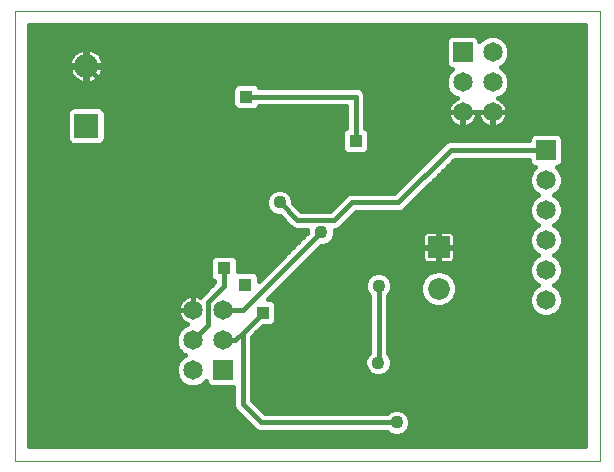
<source format=gbl>
G75*
%MOIN*%
%OFA0B0*%
%FSLAX24Y24*%
%IPPOS*%
%LPD*%
%AMOC8*
5,1,8,0,0,1.08239X$1,22.5*
%
%ADD10C,0.0000*%
%ADD11R,0.0650X0.0650*%
%ADD12C,0.0650*%
%ADD13R,0.0728X0.0728*%
%ADD14C,0.0728*%
%ADD15R,0.0800X0.0800*%
%ADD16C,0.0800*%
%ADD17C,0.0160*%
%ADD18C,0.0436*%
%ADD19R,0.0436X0.0436*%
D10*
X000180Y002280D02*
X000180Y017280D01*
X019680Y017280D01*
X019680Y002280D01*
X000180Y002280D01*
D11*
X007120Y005300D03*
X015110Y015900D03*
X017890Y012640D03*
D12*
X017890Y011640D03*
X017890Y010640D03*
X017890Y009640D03*
X017890Y008640D03*
X017890Y007640D03*
X016110Y013900D03*
X016110Y014900D03*
X016110Y015900D03*
X015110Y014900D03*
X015110Y013900D03*
X007120Y007300D03*
X006120Y007300D03*
X006120Y006300D03*
X007120Y006300D03*
X006120Y005300D03*
D13*
X014310Y009399D03*
D14*
X014310Y008021D03*
D15*
X002570Y013450D03*
D16*
X002570Y015450D03*
D17*
X005335Y012685D01*
X002700Y010050D01*
X002700Y009930D01*
X004440Y008190D01*
X006410Y008190D01*
X006593Y007986D02*
X000660Y007986D01*
X000660Y008144D02*
X006752Y008144D01*
X006840Y008232D02*
X006355Y007747D01*
X006314Y007768D01*
X006238Y007792D01*
X006160Y007805D01*
X006128Y007805D01*
X006128Y007307D01*
X006112Y007307D01*
X006112Y007292D01*
X005615Y007292D01*
X005615Y007260D01*
X005627Y007182D01*
X005652Y007106D01*
X005688Y007035D01*
X005735Y006971D01*
X005791Y006915D01*
X005855Y006868D01*
X005926Y006832D01*
X005927Y006832D01*
X005800Y006779D01*
X005641Y006620D01*
X005555Y006412D01*
X005555Y006188D01*
X005641Y005980D01*
X005800Y005821D01*
X005851Y005800D01*
X005800Y005779D01*
X005641Y005620D01*
X005555Y005412D01*
X005555Y005188D01*
X005641Y004980D01*
X005800Y004821D01*
X006008Y004735D01*
X006232Y004735D01*
X006440Y004821D01*
X006555Y004936D01*
X006555Y004927D01*
X006592Y004839D01*
X006659Y004771D01*
X006747Y004735D01*
X007460Y004735D01*
X007460Y004096D01*
X007509Y003979D01*
X007599Y003889D01*
X008199Y003289D01*
X008316Y003240D01*
X012583Y003240D01*
X012651Y003172D01*
X012819Y003102D01*
X013001Y003102D01*
X013169Y003172D01*
X013298Y003301D01*
X013368Y003469D01*
X013368Y003651D01*
X013298Y003819D01*
X013169Y003948D01*
X013001Y004018D01*
X012819Y004018D01*
X012651Y003948D01*
X012583Y003880D01*
X008513Y003880D01*
X008100Y004292D01*
X008100Y006417D01*
X008445Y006762D01*
X008716Y006762D01*
X008804Y006799D01*
X008871Y006866D01*
X008908Y006954D01*
X008908Y007485D01*
X008871Y007574D01*
X008804Y007641D01*
X008716Y007678D01*
X008630Y007678D01*
X010395Y009442D01*
X010491Y009442D01*
X010659Y009512D01*
X010788Y009641D01*
X010858Y009809D01*
X010858Y009980D01*
X010904Y009980D01*
X011021Y010029D01*
X011563Y010570D01*
X013024Y010570D01*
X013141Y010619D01*
X014843Y012320D01*
X017325Y012320D01*
X017325Y012267D01*
X017362Y012179D01*
X017429Y012111D01*
X017517Y012075D01*
X017526Y012075D01*
X017411Y011960D01*
X017325Y011752D01*
X017325Y011528D01*
X017411Y011320D01*
X017570Y011161D01*
X017621Y011140D01*
X017570Y011119D01*
X017411Y010960D01*
X017325Y010752D01*
X017325Y010528D01*
X017411Y010320D01*
X017570Y010161D01*
X017621Y010140D01*
X017570Y010119D01*
X017411Y009960D01*
X017325Y009752D01*
X017325Y009528D01*
X017411Y009320D01*
X017570Y009161D01*
X017621Y009140D01*
X017570Y009119D01*
X017411Y008960D01*
X017325Y008752D01*
X017325Y008528D01*
X017411Y008320D01*
X017570Y008161D01*
X017621Y008140D01*
X017570Y008119D01*
X017411Y007960D01*
X017325Y007752D01*
X017325Y007528D01*
X017411Y007320D01*
X017570Y007161D01*
X017778Y007075D01*
X018002Y007075D01*
X018210Y007161D01*
X018369Y007320D01*
X018455Y007528D01*
X018455Y007752D01*
X018369Y007960D01*
X018210Y008119D01*
X018159Y008140D01*
X018210Y008161D01*
X018369Y008320D01*
X018455Y008528D01*
X018455Y008752D01*
X018369Y008960D01*
X018210Y009119D01*
X018159Y009140D01*
X018210Y009161D01*
X018369Y009320D01*
X018455Y009528D01*
X018455Y009752D01*
X018369Y009960D01*
X018210Y010119D01*
X018159Y010140D01*
X018210Y010161D01*
X018369Y010320D01*
X018455Y010528D01*
X018455Y010752D01*
X018369Y010960D01*
X018210Y011119D01*
X018159Y011140D01*
X018210Y011161D01*
X018369Y011320D01*
X018455Y011528D01*
X018455Y011752D01*
X018369Y011960D01*
X018254Y012075D01*
X018263Y012075D01*
X018351Y012111D01*
X018418Y012179D01*
X018455Y012267D01*
X018455Y013013D01*
X018418Y013101D01*
X018351Y013168D01*
X018263Y013205D01*
X017517Y013205D01*
X017429Y013168D01*
X017362Y013101D01*
X017325Y013013D01*
X017325Y012960D01*
X014646Y012960D01*
X014529Y012911D01*
X012827Y011210D01*
X011366Y011210D01*
X011249Y011161D01*
X011159Y011071D01*
X010707Y010620D01*
X009733Y010620D01*
X009468Y010885D01*
X009468Y010981D01*
X009398Y011149D01*
X009269Y011278D01*
X009101Y011348D01*
X008919Y011348D01*
X008751Y011278D01*
X008622Y011149D01*
X008552Y010981D01*
X008552Y010799D01*
X008622Y010631D01*
X008751Y010502D01*
X008919Y010432D01*
X009015Y010432D01*
X009329Y010119D01*
X009329Y010119D01*
X009419Y010029D01*
X009536Y009980D01*
X009942Y009980D01*
X009942Y009895D01*
X008318Y008270D01*
X008318Y008405D01*
X008281Y008494D01*
X008214Y008561D01*
X008126Y008598D01*
X007618Y008598D01*
X007618Y008955D01*
X007581Y009044D01*
X007514Y009111D01*
X007426Y009148D01*
X006894Y009148D01*
X006806Y009111D01*
X006739Y009044D01*
X006702Y008955D01*
X006702Y008424D01*
X006739Y008336D01*
X006806Y008269D01*
X006840Y008255D01*
X006840Y008232D01*
X006772Y008303D02*
X000660Y008303D01*
X000660Y008461D02*
X006702Y008461D01*
X006702Y008620D02*
X000660Y008620D01*
X000660Y008778D02*
X006702Y008778D01*
X006702Y008937D02*
X000660Y008937D01*
X000660Y009095D02*
X006791Y009095D01*
X007160Y008690D02*
X007160Y008100D01*
X006620Y007560D01*
X006620Y006800D01*
X006120Y006300D01*
X005598Y006084D02*
X000660Y006084D01*
X000660Y006242D02*
X005555Y006242D01*
X005555Y006401D02*
X000660Y006401D01*
X000660Y006559D02*
X005616Y006559D01*
X005739Y006718D02*
X000660Y006718D01*
X000660Y006876D02*
X005844Y006876D01*
X005688Y007035D02*
X000660Y007035D01*
X000660Y007193D02*
X005626Y007193D01*
X005615Y007307D02*
X006112Y007307D01*
X006112Y007805D01*
X006080Y007805D01*
X006002Y007792D01*
X005926Y007768D01*
X005855Y007732D01*
X005791Y007685D01*
X005735Y007629D01*
X005688Y007565D01*
X005652Y007494D01*
X005627Y007418D01*
X005615Y007340D01*
X005615Y007307D01*
X005617Y007352D02*
X000660Y007352D01*
X000660Y007510D02*
X005660Y007510D01*
X005775Y007669D02*
X000660Y007669D01*
X000660Y007827D02*
X006435Y007827D01*
X006128Y007669D02*
X006112Y007669D01*
X006112Y007510D02*
X006128Y007510D01*
X006112Y007352D02*
X006128Y007352D01*
X007120Y007300D02*
X007800Y007300D01*
X010400Y009900D01*
X010718Y009571D02*
X013766Y009571D01*
X013766Y009417D02*
X014292Y009417D01*
X014292Y009380D01*
X014328Y009380D01*
X014328Y008855D01*
X014698Y008855D01*
X014744Y008867D01*
X014785Y008891D01*
X014818Y008924D01*
X014842Y008965D01*
X014854Y009011D01*
X014854Y009380D01*
X014328Y009380D01*
X014328Y009417D01*
X014292Y009417D01*
X014292Y009943D01*
X013922Y009943D01*
X013876Y009931D01*
X013835Y009907D01*
X013802Y009874D01*
X013778Y009833D01*
X013766Y009787D01*
X013766Y009417D01*
X013766Y009380D02*
X013766Y009011D01*
X013778Y008965D01*
X013802Y008924D01*
X013835Y008891D01*
X013876Y008867D01*
X013922Y008855D01*
X014292Y008855D01*
X014292Y009380D01*
X013766Y009380D01*
X013766Y009254D02*
X010207Y009254D01*
X010365Y009412D02*
X014292Y009412D01*
X014310Y009399D02*
X015460Y009399D01*
X015460Y003680D01*
X014530Y003680D01*
X014200Y004550D02*
X010070Y004550D01*
X009970Y004650D01*
X009980Y004660D01*
X009980Y005910D01*
X008540Y005910D01*
X008100Y005925D02*
X011990Y005925D01*
X011990Y005887D02*
X011912Y005809D01*
X011842Y005641D01*
X011842Y005459D01*
X011912Y005291D01*
X012041Y005162D01*
X012209Y005092D01*
X012391Y005092D01*
X012559Y005162D01*
X012688Y005291D01*
X012758Y005459D01*
X012758Y005641D01*
X012688Y005809D01*
X012630Y005867D01*
X012630Y007783D01*
X012698Y007851D01*
X012768Y008019D01*
X012768Y008201D01*
X012698Y008369D01*
X012569Y008498D01*
X012401Y008568D01*
X012219Y008568D01*
X012051Y008498D01*
X011922Y008369D01*
X011852Y008201D01*
X011852Y008019D01*
X011922Y007851D01*
X011990Y007783D01*
X011990Y005887D01*
X011894Y005767D02*
X008100Y005767D01*
X008100Y005608D02*
X011842Y005608D01*
X011846Y005450D02*
X008100Y005450D01*
X008100Y005291D02*
X011912Y005291D01*
X012110Y005133D02*
X008100Y005133D01*
X008100Y004974D02*
X019200Y004974D01*
X019200Y004816D02*
X008100Y004816D01*
X008100Y004657D02*
X019200Y004657D01*
X019200Y004499D02*
X008100Y004499D01*
X008100Y004340D02*
X019200Y004340D01*
X019200Y004182D02*
X008211Y004182D01*
X008369Y004023D02*
X019200Y004023D01*
X019200Y003865D02*
X013252Y003865D01*
X013345Y003706D02*
X019200Y003706D01*
X019200Y003548D02*
X013368Y003548D01*
X013335Y003389D02*
X019200Y003389D01*
X019200Y003231D02*
X013228Y003231D01*
X012910Y003560D02*
X008380Y003560D01*
X007780Y004160D01*
X007780Y006550D01*
X007530Y006300D01*
X007120Y006300D01*
X007780Y006550D02*
X008450Y007220D01*
X008908Y007193D02*
X011990Y007193D01*
X011990Y007035D02*
X008908Y007035D01*
X008876Y006876D02*
X011990Y006876D01*
X011990Y006718D02*
X008401Y006718D01*
X008242Y006559D02*
X011990Y006559D01*
X011990Y006401D02*
X008100Y006401D01*
X008100Y006242D02*
X011990Y006242D01*
X011990Y006084D02*
X008100Y006084D01*
X008908Y007352D02*
X011990Y007352D01*
X011990Y007510D02*
X008897Y007510D01*
X008737Y007669D02*
X011990Y007669D01*
X011945Y007827D02*
X008780Y007827D01*
X008939Y007986D02*
X011866Y007986D01*
X011852Y008144D02*
X009097Y008144D01*
X009256Y008303D02*
X011894Y008303D01*
X012014Y008461D02*
X009414Y008461D01*
X009573Y008620D02*
X014177Y008620D01*
X014190Y008625D02*
X013968Y008533D01*
X013798Y008363D01*
X013706Y008141D01*
X013706Y007901D01*
X013798Y007679D01*
X013968Y007509D01*
X014190Y007417D01*
X014430Y007417D01*
X014652Y007509D01*
X014822Y007679D01*
X014914Y007901D01*
X014914Y008141D01*
X014822Y008363D01*
X014652Y008533D01*
X014430Y008625D01*
X014190Y008625D01*
X014443Y008620D02*
X017325Y008620D01*
X017336Y008778D02*
X009731Y008778D01*
X009890Y008937D02*
X013794Y008937D01*
X013766Y009095D02*
X010048Y009095D01*
X009618Y009571D02*
X000660Y009571D01*
X000660Y009729D02*
X009777Y009729D01*
X009935Y009888D02*
X000660Y009888D01*
X000660Y010046D02*
X009401Y010046D01*
X009242Y010205D02*
X000660Y010205D01*
X000660Y010363D02*
X009084Y010363D01*
X008731Y010522D02*
X000660Y010522D01*
X000660Y010680D02*
X008601Y010680D01*
X008552Y010839D02*
X000660Y010839D01*
X000660Y010997D02*
X008559Y010997D01*
X008629Y011156D02*
X000660Y011156D01*
X000660Y011314D02*
X008839Y011314D01*
X009181Y011314D02*
X012932Y011314D01*
X013090Y011473D02*
X000660Y011473D01*
X000660Y011631D02*
X013249Y011631D01*
X013407Y011790D02*
X000660Y011790D01*
X000660Y011948D02*
X013566Y011948D01*
X013724Y012107D02*
X000660Y012107D01*
X000660Y012265D02*
X013883Y012265D01*
X014041Y012424D02*
X000660Y012424D01*
X000660Y012582D02*
X011142Y012582D01*
X011129Y012596D02*
X011196Y012529D01*
X011284Y012492D01*
X011816Y012492D01*
X011904Y012529D01*
X011971Y012596D01*
X012008Y012684D01*
X012008Y013215D01*
X011971Y013304D01*
X011904Y013371D01*
X011870Y013385D01*
X011870Y014484D01*
X011821Y014601D01*
X011731Y014691D01*
X011614Y014740D01*
X008335Y014740D01*
X008321Y014774D01*
X008254Y014841D01*
X008166Y014878D01*
X007634Y014878D01*
X007546Y014841D01*
X007479Y014774D01*
X007442Y014685D01*
X007442Y014154D01*
X007479Y014066D01*
X007546Y013999D01*
X007634Y013962D01*
X008166Y013962D01*
X008254Y013999D01*
X008321Y014066D01*
X008335Y014100D01*
X011230Y014100D01*
X011230Y013385D01*
X011196Y013371D01*
X011129Y013304D01*
X011092Y013215D01*
X011092Y012684D01*
X011129Y012596D01*
X011092Y012741D02*
X000660Y012741D01*
X000660Y012899D02*
X001981Y012899D01*
X001967Y012914D02*
X002034Y012846D01*
X002122Y012810D01*
X003018Y012810D01*
X003106Y012846D01*
X003173Y012914D01*
X003210Y013002D01*
X003210Y013898D01*
X003173Y013986D01*
X003106Y014053D01*
X003018Y014090D01*
X002122Y014090D01*
X002034Y014053D01*
X001967Y013986D01*
X001930Y013898D01*
X001930Y013002D01*
X001967Y012914D01*
X001930Y013058D02*
X000660Y013058D01*
X000660Y013216D02*
X001930Y013216D01*
X001930Y013375D02*
X000660Y013375D01*
X000660Y013533D02*
X001930Y013533D01*
X001930Y013692D02*
X000660Y013692D01*
X000660Y013850D02*
X001930Y013850D01*
X001990Y014009D02*
X000660Y014009D01*
X000660Y014167D02*
X007442Y014167D01*
X007442Y014326D02*
X000660Y014326D01*
X000660Y014484D02*
X007442Y014484D01*
X007442Y014643D02*
X000660Y014643D01*
X000660Y014801D02*
X007507Y014801D01*
X007900Y014420D02*
X011550Y014420D01*
X011550Y012950D01*
X012008Y012899D02*
X014517Y012899D01*
X014358Y012741D02*
X012008Y012741D01*
X011958Y012582D02*
X014200Y012582D01*
X014630Y012107D02*
X017440Y012107D01*
X017406Y011948D02*
X014471Y011948D01*
X014313Y011790D02*
X017341Y011790D01*
X017325Y011631D02*
X014154Y011631D01*
X013996Y011473D02*
X017348Y011473D01*
X017416Y011314D02*
X013837Y011314D01*
X013679Y011156D02*
X017582Y011156D01*
X017448Y010997D02*
X013520Y010997D01*
X013362Y010839D02*
X017361Y010839D01*
X017325Y010680D02*
X013203Y010680D01*
X012960Y010890D02*
X011430Y010890D01*
X010840Y010300D01*
X009600Y010300D01*
X009010Y010890D01*
X009461Y010997D02*
X011085Y010997D01*
X010926Y010839D02*
X009514Y010839D01*
X009672Y010680D02*
X010768Y010680D01*
X011198Y010205D02*
X017526Y010205D01*
X017497Y010046D02*
X011039Y010046D01*
X010858Y009888D02*
X013816Y009888D01*
X013766Y009729D02*
X010825Y009729D01*
X011356Y010363D02*
X017393Y010363D01*
X017327Y010522D02*
X011515Y010522D01*
X011243Y011156D02*
X009391Y011156D01*
X010310Y010810D02*
X008680Y012440D01*
X008264Y014009D02*
X011230Y014009D01*
X011230Y013850D02*
X003210Y013850D01*
X003210Y013692D02*
X011230Y013692D01*
X011230Y013533D02*
X003210Y013533D01*
X003210Y013375D02*
X011205Y013375D01*
X011093Y013216D02*
X003210Y013216D01*
X003210Y013058D02*
X011092Y013058D01*
X011092Y012899D02*
X003159Y012899D01*
X003150Y014009D02*
X007536Y014009D01*
X008293Y014801D02*
X014545Y014801D01*
X014545Y014788D02*
X014631Y014580D01*
X014790Y014421D01*
X014917Y014368D01*
X014916Y014368D01*
X014845Y014332D01*
X014781Y014285D01*
X014725Y014229D01*
X014678Y014165D01*
X014642Y014094D01*
X014617Y014018D01*
X014605Y013940D01*
X014605Y013907D01*
X015102Y013907D01*
X015102Y013892D01*
X015118Y013892D01*
X015118Y013907D01*
X016102Y013907D01*
X016102Y013892D01*
X016118Y013892D01*
X016118Y013907D01*
X016615Y013907D01*
X016615Y013940D01*
X016603Y014018D01*
X016578Y014094D01*
X016542Y014165D01*
X016495Y014229D01*
X016439Y014285D01*
X016375Y014332D01*
X016304Y014368D01*
X016303Y014368D01*
X016430Y014421D01*
X016589Y014580D01*
X016675Y014788D01*
X016675Y015012D01*
X016589Y015220D01*
X016430Y015379D01*
X016379Y015400D01*
X016430Y015421D01*
X016589Y015580D01*
X016675Y015788D01*
X016675Y016012D01*
X016589Y016220D01*
X016430Y016379D01*
X016222Y016465D01*
X015998Y016465D01*
X015790Y016379D01*
X015675Y016264D01*
X015675Y016273D01*
X015638Y016361D01*
X015571Y016428D01*
X015483Y016465D01*
X014737Y016465D01*
X014649Y016428D01*
X014582Y016361D01*
X014545Y016273D01*
X014545Y015527D01*
X014582Y015439D01*
X014649Y015371D01*
X014737Y015335D01*
X014746Y015335D01*
X014631Y015220D01*
X014545Y015012D01*
X014545Y014788D01*
X014605Y014643D02*
X011780Y014643D01*
X011870Y014484D02*
X014726Y014484D01*
X014837Y014326D02*
X011870Y014326D01*
X011870Y014167D02*
X014680Y014167D01*
X014616Y014009D02*
X011870Y014009D01*
X011870Y013850D02*
X014607Y013850D01*
X014605Y013860D02*
X014617Y013782D01*
X014642Y013706D01*
X014678Y013635D01*
X014725Y013571D01*
X014781Y013515D01*
X014845Y013468D01*
X014916Y013432D01*
X014992Y013407D01*
X015070Y013395D01*
X015102Y013395D01*
X015102Y013892D01*
X014605Y013892D01*
X014605Y013860D01*
X014649Y013692D02*
X011870Y013692D01*
X011870Y013533D02*
X014762Y013533D01*
X015102Y013533D02*
X015118Y013533D01*
X015118Y013395D02*
X015150Y013395D01*
X015228Y013407D01*
X015304Y013432D01*
X015375Y013468D01*
X015439Y013515D01*
X015495Y013571D01*
X015542Y013635D01*
X015578Y013706D01*
X015603Y013782D01*
X015610Y013829D01*
X015617Y013782D01*
X015642Y013706D01*
X015678Y013635D01*
X015725Y013571D01*
X015781Y013515D01*
X015845Y013468D01*
X015916Y013432D01*
X015992Y013407D01*
X016070Y013395D01*
X016102Y013395D01*
X016102Y013892D01*
X015615Y013892D01*
X015118Y013892D01*
X015118Y013395D01*
X015102Y013692D02*
X015118Y013692D01*
X015102Y013850D02*
X015118Y013850D01*
X015110Y013900D02*
X013400Y013900D01*
X010310Y010810D01*
X009460Y009412D02*
X000660Y009412D01*
X000660Y009254D02*
X009301Y009254D01*
X009143Y009095D02*
X007529Y009095D01*
X007618Y008937D02*
X008984Y008937D01*
X008826Y008778D02*
X007618Y008778D01*
X007618Y008620D02*
X008667Y008620D01*
X008509Y008461D02*
X008295Y008461D01*
X008318Y008303D02*
X008350Y008303D01*
X009980Y007060D02*
X009980Y005910D01*
X012300Y005550D02*
X012310Y005550D01*
X012310Y008110D01*
X012606Y008461D02*
X013896Y008461D01*
X013773Y008303D02*
X012726Y008303D01*
X012768Y008144D02*
X013707Y008144D01*
X013706Y007986D02*
X012754Y007986D01*
X012675Y007827D02*
X013736Y007827D01*
X013808Y007669D02*
X012630Y007669D01*
X012630Y007510D02*
X013966Y007510D01*
X014654Y007510D02*
X017332Y007510D01*
X017325Y007669D02*
X014812Y007669D01*
X014884Y007827D02*
X017356Y007827D01*
X017437Y007986D02*
X014914Y007986D01*
X014913Y008144D02*
X017610Y008144D01*
X017428Y008303D02*
X014847Y008303D01*
X014724Y008461D02*
X017352Y008461D01*
X017401Y008937D02*
X014826Y008937D01*
X014854Y009095D02*
X017546Y009095D01*
X017477Y009254D02*
X014854Y009254D01*
X014854Y009417D02*
X014854Y009787D01*
X014842Y009833D01*
X014818Y009874D01*
X014785Y009907D01*
X014744Y009931D01*
X014698Y009943D01*
X014328Y009943D01*
X014328Y009417D01*
X014854Y009417D01*
X014854Y009571D02*
X017325Y009571D01*
X017325Y009729D02*
X014854Y009729D01*
X014804Y009888D02*
X017381Y009888D01*
X017373Y009412D02*
X014328Y009412D01*
X014328Y009254D02*
X014292Y009254D01*
X014292Y009095D02*
X014328Y009095D01*
X014328Y008937D02*
X014292Y008937D01*
X014292Y009571D02*
X014328Y009571D01*
X014328Y009729D02*
X014292Y009729D01*
X014292Y009888D02*
X014328Y009888D01*
X012960Y010890D02*
X014710Y012640D01*
X017890Y012640D01*
X018455Y012582D02*
X019200Y012582D01*
X019200Y012424D02*
X018455Y012424D01*
X018454Y012265D02*
X019200Y012265D01*
X019200Y012107D02*
X018340Y012107D01*
X018374Y011948D02*
X019200Y011948D01*
X019200Y011790D02*
X018439Y011790D01*
X018455Y011631D02*
X019200Y011631D01*
X019200Y011473D02*
X018432Y011473D01*
X018364Y011314D02*
X019200Y011314D01*
X019200Y011156D02*
X018198Y011156D01*
X018332Y010997D02*
X019200Y010997D01*
X019200Y010839D02*
X018419Y010839D01*
X018455Y010680D02*
X019200Y010680D01*
X019200Y010522D02*
X018453Y010522D01*
X018387Y010363D02*
X019200Y010363D01*
X019200Y010205D02*
X018254Y010205D01*
X018283Y010046D02*
X019200Y010046D01*
X019200Y009888D02*
X018399Y009888D01*
X018455Y009729D02*
X019200Y009729D01*
X019200Y009571D02*
X018455Y009571D01*
X018407Y009412D02*
X019200Y009412D01*
X019200Y009254D02*
X018303Y009254D01*
X018234Y009095D02*
X019200Y009095D01*
X019200Y008937D02*
X018379Y008937D01*
X018444Y008778D02*
X019200Y008778D01*
X019200Y008620D02*
X018455Y008620D01*
X018428Y008461D02*
X019200Y008461D01*
X019200Y008303D02*
X018352Y008303D01*
X018170Y008144D02*
X019200Y008144D01*
X019200Y007986D02*
X018343Y007986D01*
X018424Y007827D02*
X019200Y007827D01*
X019200Y007669D02*
X018455Y007669D01*
X018448Y007510D02*
X019200Y007510D01*
X019200Y007352D02*
X018382Y007352D01*
X018243Y007193D02*
X019200Y007193D01*
X019200Y007035D02*
X012630Y007035D01*
X012630Y007193D02*
X017537Y007193D01*
X017398Y007352D02*
X012630Y007352D01*
X012630Y006876D02*
X019200Y006876D01*
X019200Y006718D02*
X012630Y006718D01*
X012630Y006559D02*
X019200Y006559D01*
X019200Y006401D02*
X012630Y006401D01*
X012630Y006242D02*
X019200Y006242D01*
X019200Y006084D02*
X012630Y006084D01*
X012630Y005925D02*
X019200Y005925D01*
X019200Y005767D02*
X012706Y005767D01*
X012758Y005608D02*
X019200Y005608D01*
X019200Y005450D02*
X012754Y005450D01*
X012688Y005291D02*
X019200Y005291D01*
X019200Y005133D02*
X012490Y005133D01*
X012592Y003231D02*
X000660Y003231D01*
X000660Y003389D02*
X008098Y003389D01*
X007939Y003548D02*
X000660Y003548D01*
X000660Y003706D02*
X007781Y003706D01*
X007622Y003865D02*
X000660Y003865D01*
X000660Y004023D02*
X007490Y004023D01*
X007460Y004182D02*
X000660Y004182D01*
X000660Y004340D02*
X007460Y004340D01*
X007460Y004499D02*
X000660Y004499D01*
X000660Y004657D02*
X007460Y004657D01*
X006615Y004816D02*
X006428Y004816D01*
X005812Y004816D02*
X000660Y004816D01*
X000660Y004974D02*
X005646Y004974D01*
X005578Y005133D02*
X000660Y005133D01*
X000660Y005291D02*
X005555Y005291D01*
X005571Y005450D02*
X000660Y005450D01*
X000660Y005608D02*
X005636Y005608D01*
X005788Y005767D02*
X000660Y005767D01*
X000660Y005925D02*
X005695Y005925D01*
X000660Y003072D02*
X019200Y003072D01*
X019200Y002914D02*
X000660Y002914D01*
X000660Y002760D02*
X000660Y016800D01*
X019200Y016800D01*
X019200Y002760D01*
X000660Y002760D01*
X011895Y013375D02*
X019200Y013375D01*
X019200Y013533D02*
X016458Y013533D01*
X016439Y013515D02*
X016495Y013571D01*
X016542Y013635D01*
X016578Y013706D01*
X016603Y013782D01*
X016615Y013860D01*
X016615Y013892D01*
X016118Y013892D01*
X016118Y013395D01*
X016150Y013395D01*
X016228Y013407D01*
X016304Y013432D01*
X016375Y013468D01*
X016439Y013515D01*
X016571Y013692D02*
X019200Y013692D01*
X019200Y013850D02*
X016613Y013850D01*
X016604Y014009D02*
X019200Y014009D01*
X019200Y014167D02*
X016540Y014167D01*
X016383Y014326D02*
X019200Y014326D01*
X019200Y014484D02*
X016494Y014484D01*
X016615Y014643D02*
X019200Y014643D01*
X019200Y014801D02*
X016675Y014801D01*
X016675Y014960D02*
X019200Y014960D01*
X019200Y015118D02*
X016631Y015118D01*
X016532Y015277D02*
X019200Y015277D01*
X019200Y015435D02*
X016445Y015435D01*
X016595Y015594D02*
X019200Y015594D01*
X019200Y015752D02*
X016660Y015752D01*
X016675Y015911D02*
X019200Y015911D01*
X019200Y016069D02*
X016651Y016069D01*
X016581Y016228D02*
X019200Y016228D01*
X019200Y016386D02*
X016412Y016386D01*
X015808Y016386D02*
X015613Y016386D01*
X014607Y016386D02*
X000660Y016386D01*
X000660Y016228D02*
X014545Y016228D01*
X014545Y016069D02*
X000660Y016069D01*
X000660Y015911D02*
X002218Y015911D01*
X002192Y015892D02*
X002266Y015946D01*
X002347Y015987D01*
X002434Y016016D01*
X002524Y016030D01*
X002535Y016030D01*
X002535Y015485D01*
X002605Y015485D01*
X002605Y016030D01*
X002616Y016030D01*
X002706Y016016D01*
X002793Y015987D01*
X002874Y015946D01*
X002948Y015892D01*
X003012Y015828D01*
X003066Y015754D01*
X003108Y015673D01*
X003136Y015586D01*
X003150Y015496D01*
X003150Y015485D01*
X002605Y015485D01*
X002605Y015415D01*
X003150Y015415D01*
X003150Y015404D01*
X003136Y015314D01*
X003108Y015227D01*
X003066Y015146D01*
X003012Y015072D01*
X002948Y015008D01*
X002874Y014954D01*
X002793Y014912D01*
X002706Y014884D01*
X002616Y014870D01*
X002605Y014870D01*
X002605Y015415D01*
X002535Y015415D01*
X001990Y015415D01*
X001990Y015404D01*
X002004Y015314D01*
X002032Y015227D01*
X002074Y015146D01*
X002128Y015072D01*
X002192Y015008D01*
X002266Y014954D01*
X002347Y014912D01*
X002434Y014884D01*
X002524Y014870D01*
X002535Y014870D01*
X002535Y015415D01*
X002535Y015485D01*
X001990Y015485D01*
X001990Y015496D01*
X002004Y015586D01*
X002032Y015673D01*
X002074Y015754D01*
X002128Y015828D01*
X002192Y015892D01*
X002073Y015752D02*
X000660Y015752D01*
X000660Y015594D02*
X002007Y015594D01*
X002016Y015277D02*
X000660Y015277D01*
X000660Y015435D02*
X002535Y015435D01*
X002605Y015435D02*
X014585Y015435D01*
X014545Y015594D02*
X003133Y015594D01*
X003067Y015752D02*
X014545Y015752D01*
X014545Y015911D02*
X002922Y015911D01*
X002605Y015911D02*
X002535Y015911D01*
X002535Y015752D02*
X002605Y015752D01*
X002605Y015594D02*
X002535Y015594D01*
X002535Y015277D02*
X002605Y015277D01*
X002605Y015118D02*
X002535Y015118D01*
X002535Y014960D02*
X002605Y014960D01*
X002882Y014960D02*
X014545Y014960D01*
X014589Y015118D02*
X003046Y015118D01*
X003124Y015277D02*
X014688Y015277D01*
X015571Y013692D02*
X015649Y013692D01*
X015762Y013533D02*
X015458Y013533D01*
X016102Y013533D02*
X016118Y013533D01*
X016102Y013692D02*
X016118Y013692D01*
X016102Y013850D02*
X016118Y013850D01*
X017344Y013058D02*
X012008Y013058D01*
X012007Y013216D02*
X019200Y013216D01*
X019200Y013058D02*
X018436Y013058D01*
X018455Y012899D02*
X019200Y012899D01*
X019200Y012741D02*
X018455Y012741D01*
X017326Y012265D02*
X014788Y012265D01*
X019200Y016545D02*
X000660Y016545D01*
X000660Y016703D02*
X019200Y016703D01*
X002258Y014960D02*
X000660Y014960D01*
X000660Y015118D02*
X002094Y015118D01*
D18*
X009010Y010890D03*
X010400Y009900D03*
X012310Y008110D03*
X012300Y005550D03*
X012910Y003560D03*
X014530Y003680D03*
D19*
X014200Y004550D03*
X009970Y004650D03*
X008540Y005910D03*
X008450Y007220D03*
X007860Y008140D03*
X007160Y008690D03*
X006410Y008190D03*
X009980Y007060D03*
X010310Y010810D03*
X011550Y012950D03*
X007900Y014420D03*
X002700Y009930D03*
M02*

</source>
